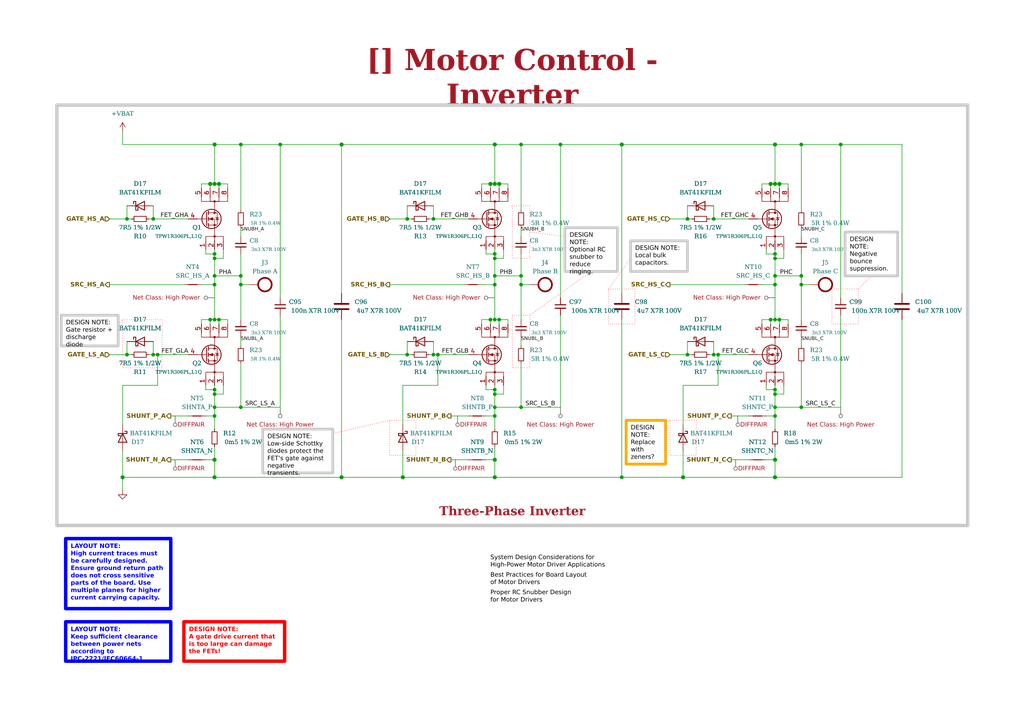
<source format=kicad_sch>
(kicad_sch (version 20231120) (generator "eeschema") (generator_version "8.0")
  (paper "A4")
  (title_block (title "Motor Control - Inverter") (date "2024-01-25") (rev "${REVISION}") (company "${COMPANY}"))
  (lib_symbols
    (symbol "0_connectors:Solder Pad" (pin_numbers hide) (pin_names (offset 0.762) hide)
      (property "Reference" "J" (at 0 10.795 0))
      (property "Value" "Solder Pad" (at 0 8.255 0))
      (symbol "Solder Pad_1_1"
        (pin passive line (at 0 0 90) (length 2.54) (name "1") (number "1"))
      )
    )
    (symbol "0_power_symbols:+VBAT" (power) (pin_names (offset 0))
      (property "Value" "+VBAT" (at 0 3.556 0))
      (symbol "+VBAT_1_1"
        (pin power_in line (at 0 0 90) (length 0) hide (name "+VBAT") (number "1"))
      )
    )
    (symbol "0_transistor_fet:TPW1R306PL,L1Q" (pin_names hide)
      (property "Reference" "Q" (at 5.08 1.905 0))
      (property "Value" "TPW1R306PL,L1Q" (at 5.08 0 0))
      (symbol "TPW1R306PL,L1Q_1_1"
        (pin passive line (at 0 -8.89 90) (length 2.54) (name "S") (number "1"))
        (pin passive line (at 2.54 -8.89 90) (length 2.54) (name "S") (number "2"))
        (pin passive line (at 5.08 -8.89 90) (length 2.54) (name "S") (number "3"))
        (pin input line (at -5.08 0 0) (length 2.54) (name "G") (number "4"))
        (pin passive line (at -1.27 8.89 270) (length 2.54) (name "D") (number "5"))
        (pin passive line (at 1.27 8.89 270) (length 2.54) (name "D") (number "6"))
        (pin passive line (at 3.81 8.89 270) (length 2.54) (name "D") (number "7"))
        (pin passive line (at 6.35 8.89 270) (length 2.54) (name "D") (number "8"))
      )
    )
    (symbol "BAT41KFILM_1" (pin_numbers hide) (pin_names (offset 1.016) hide)
      (property "Reference" "D" (at 0 2.54 0))
      (property "Value" "BAT41KFILM" (at 0 -2.54 0))
      (symbol "BAT41KFILM_1_1_1"
        (pin passive line (at -3.81 0 0) (length 2.54) (name "K") (number "1"))
        (pin passive line (at 3.81 0 180) (length 2.54) (name "A") (number "2"))
      )
    )
    (symbol "Device:C" (pin_numbers hide) (pin_names (offset 0.254))
      (property "Reference" "C" (at 0.635 2.54 0))
      (property "Value" "C" (at 0.635 -2.54 0))
      (symbol "C_1_1"
        (pin passive line (at 0 3.81 270) (length 2.794) (name "~") (number "1"))
        (pin passive line (at 0 -3.81 90) (length 2.794) (name "~") (number "2"))
      )
    )
    (symbol "Device:C_Small" (pin_numbers hide) (pin_names (offset 0.254) hide)
      (property "Reference" "C" (at 0.254 1.778 0))
      (property "Value" "C_Small" (at 0.254 -2.032 0))
      (symbol "C_Small_1_1"
        (pin passive line (at 0 2.54 270) (length 2.032) (name "~") (number "1"))
        (pin passive line (at 0 -2.54 90) (length 2.032) (name "~") (number "2"))
      )
    )
    (symbol "Device:NetTie_2" (pin_numbers hide) (pin_names (offset 0) hide) (in_bom no)
      (property "Reference" "NT" (at 0 1.27 0))
      (property "Value" "NetTie_2" (at 0 -1.27 0))
      (symbol "NetTie_2_1_1"
        (pin passive line (at -2.54 0 0) (length 2.54) (name "1") (number "1"))
        (pin passive line (at 2.54 0 180) (length 2.54) (name "2") (number "2"))
      )
    )
    (symbol "Device:R_Small" (pin_numbers hide) (pin_names (offset 0.254) hide)
      (property "Reference" "R" (at 0.762 0.508 0))
      (property "Value" "R_Small" (at 0.762 -1.016 0))
      (symbol "R_Small_1_1"
        (pin passive line (at 0 2.54 270) (length 0.762) (name "~") (number "1"))
        (pin passive line (at 0 -2.54 90) (length 0.762) (name "~") (number "2"))
      )
    )
    (symbol "power:GND" (power) (pin_names (offset 0))
      (property "Value" "GND" (at 0 -3.81 0))
      (symbol "GND_1_1"
        (pin power_in line (at 0 0 270) (length 0) hide (name "GND") (number "1"))
      )
    )
  )
  (junction (at 224.79 74.93))
  (junction (at 144.78 53.34) (diameter 1.016))
  (junction (at 143.51 73.66))
  (junction (at 207.01 102.87))
  (junction (at 143.51 114.3))
  (junction (at 36.83 63.5))
  (junction (at 223.52 92.71))
  (junction (at 127 102.87))
  (junction (at 151.13 118.11))
  (junction (at 125.73 63.5))
  (junction (at 224.79 120.65))
  (junction (at 69.85 41.91))
  (junction (at 243.84 41.91))
  (junction (at 207.01 63.5))
  (junction (at 180.34 138.43))
  (junction (at 232.41 118.11))
  (junction (at 116.84 138.43) (diameter 1.016))
  (junction (at 224.79 41.91) (diameter 1.016))
  (junction (at 224.79 114.3))
  (junction (at 232.41 41.91))
  (junction (at 180.34 41.91) (diameter 1.016))
  (junction (at 143.51 133.35) (diameter 1.016))
  (junction (at 143.51 53.34) (diameter 1.016))
  (junction (at 69.85 82.55))
  (junction (at 118.11 63.5))
  (junction (at 63.5 53.34) (diameter 1.016))
  (junction (at 60.96 92.71))
  (junction (at 232.41 82.55))
  (junction (at 45.72 102.87))
  (junction (at 62.23 53.34) (diameter 1.016))
  (junction (at 62.23 80.01))
  (junction (at 226.06 53.34) (diameter 1.016))
  (junction (at 224.79 133.35) (diameter 1.016))
  (junction (at 60.96 53.34) (diameter 1.016))
  (junction (at 81.28 41.91))
  (junction (at 63.5 92.71))
  (junction (at 62.23 114.3))
  (junction (at 232.41 80.01))
  (junction (at 99.06 41.91) (diameter 1.016))
  (junction (at 151.13 80.01))
  (junction (at 208.28 102.87))
  (junction (at 125.73 102.87))
  (junction (at 44.45 102.87))
  (junction (at 198.12 138.43) (diameter 1.016))
  (junction (at 62.23 74.93))
  (junction (at 142.24 92.71))
  (junction (at 69.85 80.01))
  (junction (at 224.79 118.11))
  (junction (at 62.23 41.91) (diameter 1.016))
  (junction (at 62.23 73.66))
  (junction (at 118.11 102.87))
  (junction (at 62.23 133.35) (diameter 1.016))
  (junction (at 143.51 138.43) (diameter 1.016))
  (junction (at 144.78 92.71))
  (junction (at 224.79 82.55))
  (junction (at 62.23 138.43) (diameter 1.016))
  (junction (at 226.06 92.71))
  (junction (at 62.23 120.65))
  (junction (at 62.23 113.03))
  (junction (at 143.51 74.93))
  (junction (at 44.45 63.5))
  (junction (at 143.51 82.55))
  (junction (at 151.13 82.55))
  (junction (at 36.83 102.87))
  (junction (at 199.39 63.5))
  (junction (at 162.56 41.91))
  (junction (at 151.13 41.91))
  (junction (at 62.23 82.55))
  (junction (at 143.51 92.71))
  (junction (at 99.06 138.43) (diameter 1.016))
  (junction (at 62.23 118.11))
  (junction (at 143.51 80.01))
  (junction (at 143.51 41.91) (diameter 1.016))
  (junction (at 142.24 53.34) (diameter 1.016))
  (junction (at 143.51 118.11))
  (junction (at 224.79 113.03))
  (junction (at 69.85 118.11))
  (junction (at 224.79 138.43) (diameter 1.016))
  (junction (at 224.79 73.66))
  (junction (at 35.56 138.43) (diameter 1.016))
  (junction (at 62.23 92.71))
  (junction (at 143.51 120.65))
  (junction (at 224.79 53.34) (diameter 1.016))
  (junction (at 143.51 113.03))
  (junction (at 224.79 80.01))
  (junction (at 224.79 92.71))
  (junction (at 199.39 102.87))
  (junction (at 223.52 53.34) (diameter 1.016))
  (wire (pts (xy 142.24 53.34) (xy 143.51 53.34)))
  (wire (pts (xy 59.69 133.35) (xy 62.23 133.35)))
  (wire (pts (xy 125.73 63.5) (xy 124.46 63.5)))
  (wire (pts (xy 63.5 53.34) (xy 66.04 53.34)))
  (wire (pts (xy 69.85 41.91) (xy 81.28 41.91)))
  (wire (pts (xy 143.51 138.43) (xy 180.34 138.43)))
  (polyline (pts (xy 163.83 68.58) (xy 153.67 67.31)) (stroke (width 0) (type dot) (color 255 0 0 1)))
  (wire (pts (xy 69.85 66.04) (xy 69.85 68.58)))
  (wire (pts (xy 180.34 41.91) (xy 224.79 41.91)))
  (wire (pts (xy 127 102.87) (xy 135.89 102.87)))
  (wire (pts (xy 59.69 73.66) (xy 62.23 73.66)))
  (wire (pts (xy 140.97 111.76) (xy 140.97 113.03)))
  (wire (pts (xy 226.06 92.71) (xy 226.06 93.98)))
  (wire (pts (xy 118.11 63.5) (xy 119.38 63.5)))
  (wire (pts (xy 62.23 138.43) (xy 99.06 138.43)))
  (wire (pts (xy 224.79 118.11) (xy 224.79 120.65)))
  (wire (pts (xy 162.56 91.44) (xy 162.56 118.11)))
  (wire (pts (xy 223.52 53.34) (xy 223.52 54.61)))
  (wire (pts (xy 143.51 53.34) (xy 144.78 53.34)))
  (wire (pts (xy 198.12 138.43) (xy 224.79 138.43)))
  (wire (pts (xy 62.23 74.93) (xy 62.23 80.01)))
  (wire (pts (xy 63.5 92.71) (xy 66.04 92.71)))
  (wire (pts (xy 59.69 111.76) (xy 59.69 113.03)))
  (wire (pts (xy 226.06 92.71) (xy 228.6 92.71)))
  (wire (pts (xy 180.34 92.71) (xy 180.34 138.43)))
  (wire (pts (xy 44.45 99.06) (xy 44.45 102.87)))
  (wire (pts (xy 139.7 92.71) (xy 142.24 92.71)))
  (wire (pts (xy 143.51 74.93) (xy 143.51 73.66)))
  (wire (pts (xy 62.23 114.3) (xy 64.77 114.3)))
  (wire (pts (xy 151.13 118.11) (xy 162.56 118.11)))
  (wire (pts (xy 36.83 102.87) (xy 38.1 102.87)))
  (wire (pts (xy 151.13 105.41) (xy 151.13 118.11)))
  (wire (pts (xy 224.79 74.93) (xy 227.33 74.93)))
  (wire (pts (xy 220.98 82.55) (xy 224.79 82.55)))
  (wire (pts (xy 198.12 111.76) (xy 208.28 111.76)))
  (wire (pts (xy 44.45 63.5) (xy 43.18 63.5)))
  (wire (pts (xy 116.84 111.76) (xy 127 111.76)))
  (wire (pts (xy 227.33 114.3) (xy 227.33 111.76)))
  (wire (pts (xy 63.5 53.34) (xy 63.5 54.61)))
  (wire (pts (xy 226.06 53.34) (xy 228.6 53.34)))
  (wire (pts (xy 62.23 118.11) (xy 62.23 120.65)))
  (wire (pts (xy 125.73 99.06) (xy 125.73 102.87)))
  (wire (pts (xy 232.41 82.55) (xy 232.41 80.01)))
  (wire (pts (xy 224.79 114.3) (xy 224.79 118.11)))
  (wire (pts (xy 69.85 105.41) (xy 69.85 118.11)))
  (wire (pts (xy 143.51 111.76) (xy 143.51 113.03)))
  (wire (pts (xy 49.53 120.65) (xy 54.61 120.65)))
  (wire (pts (xy 224.79 120.65) (xy 224.79 124.46)))
  (wire (pts (xy 69.85 80.01) (xy 69.85 82.55)))
  (wire (pts (xy 140.97 73.66) (xy 143.51 73.66)))
  (polyline (pts (xy 252.73 80.01) (xy 248.92 83.82)) (stroke (width 0) (type dot) (color 255 0 0 1)))
  (wire (pts (xy 199.39 63.5) (xy 200.66 63.5)))
  (wire (pts (xy 143.51 82.55) (xy 143.51 80.01)))
  (wire (pts (xy 144.78 92.71) (xy 147.32 92.71)))
  (wire (pts (xy 232.41 41.91) (xy 232.41 60.96)))
  (wire (pts (xy 62.23 82.55) (xy 62.23 80.01)))
  (wire (pts (xy 64.77 114.3) (xy 64.77 111.76)))
  (wire (pts (xy 198.12 123.19) (xy 198.12 111.76)))
  (wire (pts (xy 142.24 53.34) (xy 142.24 54.61)))
  (wire (pts (xy 58.42 93.98) (xy 58.42 92.71)))
  (polyline (pts (xy 113.03 121.92) (xy 96.52 125.73)) (stroke (width 0) (type dot) (color 255 0 0 1)))
  (wire (pts (xy 59.69 120.65) (xy 62.23 120.65)))
  (wire (pts (xy 232.41 97.79) (xy 232.41 100.33)))
  (wire (pts (xy 116.84 138.43) (xy 143.51 138.43)))
  (wire (pts (xy 146.05 74.93) (xy 146.05 72.39)))
  (wire (pts (xy 194.31 82.55) (xy 215.9 82.55)))
  (wire (pts (xy 69.85 41.91) (xy 69.85 60.96)))
  (wire (pts (xy 69.85 82.55) (xy 69.85 92.71)))
  (wire (pts (xy 44.45 102.87) (xy 43.18 102.87)))
  (wire (pts (xy 199.39 99.06) (xy 199.39 102.87)))
  (wire (pts (xy 143.51 114.3) (xy 143.51 118.11)))
  (wire (pts (xy 35.56 130.81) (xy 35.56 138.43)))
  (wire (pts (xy 194.31 63.5) (xy 199.39 63.5)))
  (wire (pts (xy 143.51 133.35) (xy 143.51 129.54)))
  (wire (pts (xy 139.7 82.55) (xy 143.51 82.55)))
  (wire (pts (xy 143.51 114.3) (xy 143.51 113.03)))
  (wire (pts (xy 35.56 38.1) (xy 35.56 41.91)))
  (wire (pts (xy 62.23 133.35) (xy 62.23 129.54)))
  (wire (pts (xy 35.56 138.43) (xy 62.23 138.43)))
  (wire (pts (xy 59.69 72.39) (xy 59.69 73.66)))
  (wire (pts (xy 62.23 80.01) (xy 69.85 80.01)))
  (wire (pts (xy 99.06 138.43) (xy 116.84 138.43)))
  (wire (pts (xy 66.04 92.71) (xy 66.04 93.98)))
  (wire (pts (xy 81.28 41.91) (xy 99.06 41.91)))
  (wire (pts (xy 143.51 138.43) (xy 143.51 133.35)))
  (wire (pts (xy 162.56 41.91) (xy 180.34 41.91)))
  (wire (pts (xy 224.79 80.01) (xy 232.41 80.01)))
  (wire (pts (xy 69.85 73.66) (xy 69.85 80.01)))
  (wire (pts (xy 151.13 82.55) (xy 151.13 92.71)))
  (wire (pts (xy 224.79 82.55) (xy 224.79 92.71)))
  (wire (pts (xy 220.98 53.34) (xy 223.52 53.34)))
  (wire (pts (xy 199.39 59.69) (xy 199.39 63.5)))
  (wire (pts (xy 222.25 73.66) (xy 224.79 73.66)))
  (wire (pts (xy 59.69 113.03) (xy 62.23 113.03)))
  (wire (pts (xy 232.41 73.66) (xy 232.41 80.01)))
  (wire (pts (xy 180.34 41.91) (xy 180.34 85.09)))
  (wire (pts (xy 31.75 82.55) (xy 53.34 82.55)))
  (wire (pts (xy 207.01 99.06) (xy 207.01 102.87)))
  (wire (pts (xy 99.06 92.71) (xy 99.06 138.43)))
  (polyline (pts (xy 34.29 93.98) (xy 35.56 92.71)) (stroke (width 0) (type dot) (color 255 0 0 1)))
  (wire (pts (xy 45.72 102.87) (xy 54.61 102.87)))
  (wire (pts (xy 224.79 133.35) (xy 224.79 129.54)))
  (wire (pts (xy 62.23 114.3) (xy 62.23 118.11)))
  (wire (pts (xy 116.84 123.19) (xy 116.84 111.76)))
  (wire (pts (xy 58.42 92.71) (xy 60.96 92.71)))
  (wire (pts (xy 222.25 120.65) (xy 224.79 120.65)))
  (wire (pts (xy 130.81 120.65) (xy 135.89 120.65)))
  (wire (pts (xy 62.23 118.11) (xy 69.85 118.11)))
  (wire (pts (xy 212.09 120.65) (xy 217.17 120.65)))
  (wire (pts (xy 207.01 102.87) (xy 205.74 102.87)))
  (wire (pts (xy 35.56 138.43) (xy 35.56 142.24)))
  (wire (pts (xy 60.96 53.34) (xy 62.23 53.34)))
  (wire (pts (xy 222.25 111.76) (xy 222.25 113.03)))
  (wire (pts (xy 44.45 63.5) (xy 54.61 63.5)))
  (wire (pts (xy 99.06 41.91) (xy 143.51 41.91)))
  (wire (pts (xy 142.24 92.71) (xy 142.24 93.98)))
  (wire (pts (xy 116.84 130.81) (xy 116.84 138.43)))
  (wire (pts (xy 99.06 41.91) (xy 99.06 85.09)))
  (wire (pts (xy 35.56 123.19) (xy 35.56 111.76)))
  (wire (pts (xy 62.23 74.93) (xy 64.77 74.93)))
  (wire (pts (xy 62.23 111.76) (xy 62.23 113.03)))
  (wire (pts (xy 58.42 54.61) (xy 58.42 53.34)))
  (wire (pts (xy 151.13 41.91) (xy 162.56 41.91)))
  (wire (pts (xy 140.97 120.65) (xy 143.51 120.65)))
  (wire (pts (xy 118.11 99.06) (xy 118.11 102.87)))
  (wire (pts (xy 143.51 74.93) (xy 143.51 80.01)))
  (wire (pts (xy 224.79 138.43) (xy 224.79 133.35)))
  (wire (pts (xy 69.85 97.79) (xy 69.85 100.33)))
  (wire (pts (xy 125.73 102.87) (xy 124.46 102.87)))
  (wire (pts (xy 143.51 114.3) (xy 146.05 114.3)))
  (wire (pts (xy 151.13 118.11) (xy 143.51 118.11)))
  (wire (pts (xy 142.24 92.71) (xy 143.51 92.71)))
  (wire (pts (xy 36.83 63.5) (xy 38.1 63.5)))
  (wire (pts (xy 223.52 92.71) (xy 223.52 93.98)))
  (wire (pts (xy 58.42 53.34) (xy 60.96 53.34)))
  (wire (pts (xy 113.03 82.55) (xy 134.62 82.55)))
  (wire (pts (xy 143.51 41.91) (xy 151.13 41.91)))
  (wire (pts (xy 139.7 54.61) (xy 139.7 53.34)))
  (wire (pts (xy 224.79 53.34) (xy 226.06 53.34)))
  (wire (pts (xy 224.79 114.3) (xy 224.79 113.03)))
  (wire (pts (xy 151.13 82.55) (xy 151.13 80.01)))
  (wire (pts (xy 140.97 133.35) (xy 143.51 133.35)))
  (wire (pts (xy 243.84 41.91) (xy 243.84 86.36)))
  (wire (pts (xy 162.56 41.91) (xy 162.56 86.36)))
  (wire (pts (xy 69.85 118.11) (xy 81.28 118.11)))
  (wire (pts (xy 207.01 59.69) (xy 207.01 63.5)))
  (wire (pts (xy 261.62 41.91) (xy 261.62 85.09)))
  (wire (pts (xy 140.97 113.03) (xy 143.51 113.03)))
  (wire (pts (xy 62.23 72.39) (xy 62.23 73.66)))
  (wire (pts (xy 125.73 59.69) (xy 125.73 63.5)))
  (wire (pts (xy 60.96 92.71) (xy 60.96 93.98)))
  (wire (pts (xy 113.03 102.87) (xy 118.11 102.87)))
  (polyline (pts (xy 171.45 78.74) (xy 153.67 91.44)) (stroke (width 0) (type dot) (color 255 0 0 1)))
  (wire (pts (xy 81.28 41.91) (xy 81.28 86.36)))
  (wire (pts (xy 199.39 102.87) (xy 200.66 102.87)))
  (wire (pts (xy 143.51 92.71) (xy 144.78 92.71)))
  (wire (pts (xy 232.41 105.41) (xy 232.41 118.11)))
  (wire (pts (xy 232.41 41.91) (xy 243.84 41.91)))
  (wire (pts (xy 232.41 66.04) (xy 232.41 68.58)))
  (wire (pts (xy 143.51 80.01) (xy 151.13 80.01)))
  (wire (pts (xy 144.78 92.71) (xy 144.78 93.98)))
  (wire (pts (xy 49.53 133.35) (xy 54.61 133.35)))
  (wire (pts (xy 223.52 92.71) (xy 224.79 92.71)))
  (wire (pts (xy 194.31 102.87) (xy 199.39 102.87)))
  (wire (pts (xy 44.45 102.87) (xy 45.72 102.87)))
  (wire (pts (xy 212.09 133.35) (xy 217.17 133.35)))
  (wire (pts (xy 151.13 41.91) (xy 151.13 60.96)))
  (wire (pts (xy 125.73 102.87) (xy 127 102.87)))
  (wire (pts (xy 224.79 41.91) (xy 224.79 53.34)))
  (wire (pts (xy 62.23 120.65) (xy 62.23 124.46)))
  (wire (pts (xy 127 111.76) (xy 127 102.87)))
  (wire (pts (xy 220.98 54.61) (xy 220.98 53.34)))
  (wire (pts (xy 207.01 63.5) (xy 217.17 63.5)))
  (wire (pts (xy 227.33 74.93) (xy 227.33 72.39)))
  (wire (pts (xy 224.79 72.39) (xy 224.79 73.66)))
  (wire (pts (xy 66.04 53.34) (xy 66.04 54.61)))
  (wire (pts (xy 228.6 92.71) (xy 228.6 93.98)))
  (wire (pts (xy 228.6 53.34) (xy 228.6 54.61)))
  (wire (pts (xy 36.83 59.69) (xy 36.83 63.5)))
  (wire (pts (xy 224.79 74.93) (xy 224.79 80.01)))
  (wire (pts (xy 62.23 82.55) (xy 62.23 92.71)))
  (wire (pts (xy 224.79 111.76) (xy 224.79 113.03)))
  (wire (pts (xy 118.11 102.87) (xy 119.38 102.87)))
  (wire (pts (xy 207.01 63.5) (xy 205.74 63.5)))
  (polyline (pts (xy 194.31 121.92) (xy 193.04 123.19)) (stroke (width 0) (type dot) (color 255 0 0 1)))
  (wire (pts (xy 243.84 41.91) (xy 261.62 41.91)))
  (wire (pts (xy 60.96 92.71) (xy 62.23 92.71)))
  (wire (pts (xy 143.51 82.55) (xy 143.51 92.71)))
  (wire (pts (xy 207.01 102.87) (xy 208.28 102.87)))
  (wire (pts (xy 220.98 92.71) (xy 223.52 92.71)))
  (wire (pts (xy 232.41 82.55) (xy 232.41 92.71)))
  (wire (pts (xy 58.42 82.55) (xy 62.23 82.55)))
  (wire (pts (xy 118.11 59.69) (xy 118.11 63.5)))
  (wire (pts (xy 151.13 73.66) (xy 151.13 80.01)))
  (wire (pts (xy 243.84 91.44) (xy 243.84 118.11)))
  (wire (pts (xy 45.72 111.76) (xy 45.72 102.87)))
  (wire (pts (xy 31.75 63.5) (xy 36.83 63.5)))
  (wire (pts (xy 113.03 63.5) (xy 118.11 63.5)))
  (wire (pts (xy 222.25 113.03) (xy 224.79 113.03)))
  (wire (pts (xy 151.13 97.79) (xy 151.13 100.33)))
  (wire (pts (xy 44.45 59.69) (xy 44.45 63.5)))
  (wire (pts (xy 62.23 41.91) (xy 62.23 53.34)))
  (wire (pts (xy 261.62 92.71) (xy 261.62 138.43)))
  (wire (pts (xy 36.83 99.06) (xy 36.83 102.87)))
  (wire (pts (xy 147.32 92.71) (xy 147.32 93.98)))
  (wire (pts (xy 208.28 111.76) (xy 208.28 102.87)))
  (wire (pts (xy 223.52 53.34) (xy 224.79 53.34)))
  (wire (pts (xy 62.23 92.71) (xy 63.5 92.71)))
  (wire (pts (xy 180.34 138.43) (xy 198.12 138.43)))
  (wire (pts (xy 143.51 118.11) (xy 143.51 120.65)))
  (wire (pts (xy 62.23 138.43) (xy 62.23 133.35)))
  (wire (pts (xy 224.79 138.43) (xy 261.62 138.43)))
  (wire (pts (xy 147.32 53.34) (xy 147.32 54.61)))
  (wire (pts (xy 62.23 74.93) (xy 62.23 73.66)))
  (wire (pts (xy 62.23 53.34) (xy 63.5 53.34)))
  (wire (pts (xy 151.13 66.04) (xy 151.13 68.58)))
  (wire (pts (xy 224.79 82.55) (xy 224.79 80.01)))
  (wire (pts (xy 224.79 74.93) (xy 224.79 73.66)))
  (wire (pts (xy 232.41 82.55) (xy 234.95 82.55)))
  (wire (pts (xy 60.96 53.34) (xy 60.96 54.61)))
  (wire (pts (xy 143.51 120.65) (xy 143.51 124.46)))
  (wire (pts (xy 81.28 91.44) (xy 81.28 118.11)))
  (wire (pts (xy 208.28 102.87) (xy 217.17 102.87)))
  (wire (pts (xy 224.79 118.11) (xy 232.41 118.11)))
  (wire (pts (xy 224.79 92.71) (xy 226.06 92.71)))
  (wire (pts (xy 63.5 92.71) (xy 63.5 93.98)))
  (wire (pts (xy 144.78 53.34) (xy 147.32 53.34)))
  (wire (pts (xy 139.7 53.34) (xy 142.24 53.34)))
  (wire (pts (xy 35.56 111.76) (xy 45.72 111.76)))
  (wire (pts (xy 222.25 72.39) (xy 222.25 73.66)))
  (wire (pts (xy 144.78 53.34) (xy 144.78 54.61)))
  (wire (pts (xy 64.77 74.93) (xy 64.77 72.39)))
  (wire (pts (xy 224.79 114.3) (xy 227.33 114.3)))
  (wire (pts (xy 198.12 130.81) (xy 198.12 138.43)))
  (wire (pts (xy 224.79 41.91) (xy 232.41 41.91)))
  (wire (pts (xy 125.73 63.5) (xy 135.89 63.5)))
  (wire (pts (xy 139.7 93.98) (xy 139.7 92.71)))
  (wire (pts (xy 69.85 82.55) (xy 72.39 82.55)))
  (wire (pts (xy 220.98 93.98) (xy 220.98 92.71)))
  (wire (pts (xy 143.51 74.93) (xy 146.05 74.93)))
  (polyline (pts (xy 182.88 74.93) (xy 176.53 83.82)) (stroke (width 0) (type dot) (color 255 0 0 1)))
  (wire (pts (xy 62.23 114.3) (xy 62.23 113.03)))
  (wire (pts (xy 62.23 41.91) (xy 69.85 41.91)))
  (wire (pts (xy 143.51 41.91) (xy 143.51 53.34)))
  (wire (pts (xy 31.75 102.87) (xy 36.83 102.87)))
  (wire (pts (xy 222.25 133.35) (xy 224.79 133.35)))
  (wire (pts (xy 232.41 118.11) (xy 243.84 118.11)))
  (wire (pts (xy 140.97 72.39) (xy 140.97 73.66)))
  (wire (pts (xy 35.56 41.91) (xy 62.23 41.91)))
  (wire (pts (xy 151.13 82.55) (xy 153.67 82.55)))
  (wire (pts (xy 226.06 53.34) (xy 226.06 54.61)))
  (wire (pts (xy 130.81 133.35) (xy 135.89 133.35)))
  (wire (pts (xy 146.05 114.3) (xy 146.05 111.76)))
  (wire (pts (xy 143.51 72.39) (xy 143.51 73.66)))
  (rectangle (start 241.3 83.82) (end 248.92 93.98) (stroke (width 0) (type dot) (color 255 0 0 1)))
  (rectangle (start 35.56 92.71) (end 46.99 106.68) (stroke (width 0) (type dot) (color 255 0 0 1)))
  (rectangle (start 194.31 121.92) (end 201.93 132.08) (stroke (width 0) (type dot) (color 255 0 0 1)))
  (rectangle (start 16.51 30.48) (end 280.67 152.4) (stroke (width 1) (color 200 200 200 1)))
  (rectangle (start 148.59 59.69) (end 153.67 74.93) (stroke (width 0) (type dot) (color 255 0 0 1)))
  (rectangle (start 113.03 121.92) (end 120.65 132.08) (stroke (width 0) (type dot) (color 255 0 0 1)))
  (rectangle (start 148.59 91.44) (end 153.67 106.68) (stroke (width 0) (type dot) (color 255 0 0 1)))
  (rectangle (start 176.53 83.82) (end 184.15 93.98) (stroke (width 0) (type dot) (color 255 0 0 1)))
  (text_box "DESIGN NOTE:\nNegative bounce suppression." (at 245.11 67.31 0) (size 15.24 12.7) (stroke (width 0.8) (color 200 200 200 1)) (effects (font (size 1.27 1.27)) (justify left top)))
  (text_box "DESIGN NOTE:\nA gate drive current that is too large can damage the FETs!" (at 53.34 180.34 0) (size 29.21 11.43) (stroke (width 1) (color 255 0 0 1)) (effects (font (size 1.27 1.27) (thickness 0.4) (bold yes)) (justify left top)))
  (text_box "DESIGN NOTE:\nLocal bulk capacitors." (at 182.88 69.85 0) (size 16.51 8.89) (stroke (width 0.8) (color 200 200 200 1)) (effects (font (size 1.27 1.27)) (justify left top)))
  (text_box "[${#}] ${TITLE}" (at 87.63 16.51 0) (size 121.92 12.7) (stroke (width -0.0001)) (effects (font (size 6 6) (thickness 1.2) (bold yes))))
  (text_box "LAYOUT NOTE:\nHigh current traces must be carefully designed. Ensure ground return path does not cross sensitive parts of the board. Use multiple planes for higher current carrying capacity." (at 19.05 156.21 0) (size 30.48 20.32) (stroke (width 1) (color 0 0 255 1)) (effects (font (size 1.27 1.27) (thickness 0.4) (bold yes)) (justify left top)))
  (text_box "LAYOUT NOTE:\nKeep sufficient clearance between power nets according to IPC-2221/IEC60664-1." (at 19.05 180.34 0) (size 30.48 11.43) (stroke (width 1) (color 0 0 255 1)) (effects (font (size 1.27 1.27) (thickness 0.4) (bold yes)) (justify left top)))
  (text_box "Three-Phase Inverter" (at 17.78 142.24 0) (size 261.62 9.525) (stroke (width -0.0001)) (effects (font (size 2.54 2.54) (thickness 0.508) (bold yes)) (justify bottom)))
  (text_box "DESIGN NOTE:\nReplace with zeners?" (at 181.61 121.92 0) (size 11.43 12.7) (stroke (width 0.8) (color 255 165 0 1)) (effects (font (size 1.27 1.27)) (justify left top)))
  (text_box "DESIGN NOTE:\nLow-side Schottky diodes protect the FET's gate against negative transients." (at 76.2 124.46 0) (size 20.32 12.7) (stroke (width 0.8) (color 200 200 200 1)) (effects (font (size 1.27 1.27)) (justify left top)))
  (text_box "DESIGN NOTE:\nGate resistor + discharge diode" (at 17.78 91.44 0) (size 16.51 8.89) (stroke (width 0.8) (color 200 200 200 1)) (effects (font (size 1.27 1.27)) (justify left top)))
  (text_box "DESIGN NOTE:\nOptional RC snubber to reduce ringing." (at 163.83 66.04 0) (size 15.24 12.7) (stroke (width 0.8) (color 200 200 200 1)) (effects (font (size 1.27 1.27)) (justify left top)))
  (text "Best Practices for Board Layout \nof Motor Drivers" (at 142.24 170.18 0) (effects (font (size 1.27 1.27)) (justify left bottom)))
  (text "Proper RC Snubber Design \nfor Motor Drivers" (at 142.24 175.26 0) (effects (font (size 1.27 1.27)) (justify left bottom)))
  (text "System Design Considerations for \nHigh-Power Motor Driver Applications" (at 142.24 165.1 0) (effects (font (size 1.27 1.27)) (justify left bottom)))
  (label "SNUBH_B" (at 151.13 67.31 0) (effects (font (size 1.016 1.016))))
  (label "PHB" (at 148.59 80.01 180))
  (label "SNUBH_C" (at 232.41 67.31 0) (effects (font (size 1.016 1.016))))
  (label "FET_GHC" (at 217.17 63.5 180))
  (label "FET_GHA" (at 54.61 63.5 180))
  (label "SNUBL_B" (at 151.13 99.06 0) (effects (font (size 1.016 1.016))))
  (label "SNUBH_A" (at 69.85 67.31 0) (effects (font (size 1.016 1.016))))
  (label "FET_GLB" (at 135.89 102.87 180))
  (label "SRC_LS_A" (at 71.12 118.11 0))
  (label "SRC_LS_C" (at 233.68 118.11 0))
  (label "PHC" (at 229.87 80.01 180))
  (label "SRC_LS_B" (at 152.4 118.11 0))
  (label "FET_GLA" (at 54.61 102.87 180))
  (label "SNUBL_C" (at 232.41 99.06 0) (effects (font (size 1.016 1.016))))
  (label "PHA" (at 63.5 80.01 0))
  (label "SNUBL_A" (at 69.85 99.06 0) (effects (font (size 1.016 1.016))))
  (label "FET_GHB" (at 135.89 63.5 180))
  (label "FET_GLC" (at 217.17 102.87 180))
  (hierarchical_label "SHUNT_N_C" (shape output) (at 212.09 133.35 180) (effects (font (thickness 0.254) (bold yes))))
  (hierarchical_label "SHUNT_N_A" (shape output) (at 49.53 133.35 180) (effects (font (thickness 0.254) (bold yes))))
  (hierarchical_label "SRC_HS_C" (shape output) (at 194.31 82.55 180) (effects (font (thickness 0.254) (bold yes))))
  (hierarchical_label "GATE_LS_B" (shape input) (at 113.03 102.87 180) (effects (font (thickness 0.254) (bold yes))))
  (hierarchical_label "GATE_HS_C" (shape input) (at 194.31 63.5 180) (effects (font (thickness 0.254) (bold yes))))
  (hierarchical_label "SRC_HS_A" (shape output) (at 31.75 82.55 180) (effects (font (thickness 0.254) (bold yes))))
  (hierarchical_label "SHUNT_P_A" (shape output) (at 49.53 120.65 180) (effects (font (thickness 0.254) (bold yes))))
  (hierarchical_label "GATE_HS_B" (shape input) (at 113.03 63.5 180) (effects (font (thickness 0.254) (bold yes))))
  (hierarchical_label "SHUNT_P_B" (shape output) (at 130.81 120.65 180) (effects (font (thickness 0.254) (bold yes))))
  (hierarchical_label "SHUNT_P_C" (shape output) (at 212.09 120.65 180) (effects (font (thickness 0.254) (bold yes))))
  (hierarchical_label "GATE_LS_C" (shape input) (at 194.31 102.87 180) (effects (font (thickness 0.254) (bold yes))))
  (hierarchical_label "GATE_HS_A" (shape input) (at 31.75 63.5 180) (effects (font (thickness 0.254) (bold yes))))
  (hierarchical_label "GATE_LS_A" (shape input) (at 31.75 102.87 180) (effects (font (thickness 0.254) (bold yes))))
  (hierarchical_label "SRC_HS_B" (shape output) (at 113.03 82.55 180) (effects (font (thickness 0.254) (bold yes))))
  (hierarchical_label "SHUNT_N_B" (shape output) (at 130.81 133.35 180) (effects (font (thickness 0.254) (bold yes))))
  (netclass_flag "" (length 2.54) (shape round) (at 81.28 118.11 180) (property "Netclass" "High Power" (at 81.28 123.19 0) (show_name yes) (effects (font (italic yes)))))
  (netclass_flag "" (length 2.54) (shape round) (at 132.08 133.35 180) (property "Kelvin Diff Pair" "DIFFPAIR" (at 132.7785 135.89 0) (effects (font (italic yes)) (justify left))))
  (netclass_flag "" (length 2.54) (shape round) (at 62.23 86.36 90) (property "Netclass" "High Power" (at 48.26 86.36 0) (show_name yes) (effects (font (italic yes)))))
  (netclass_flag "" (length 2.54) (shape round) (at 162.56 118.11 180) (property "Netclass" "High Power" (at 162.56 123.19 0) (show_name yes) (effects (font (italic yes)))))
  (netclass_flag "" (length 2.54) (shape round) (at 243.84 118.11 180) (property "Netclass" "High Power" (at 243.84 123.19 0) (show_name yes) (effects (font (italic yes)))))
  (netclass_flag "" (length 2.54) (shape round) (at 143.51 86.36 90) (property "Netclass" "High Power" (at 129.54 86.36 0) (show_name yes) (effects (font (italic yes)))))
  (netclass_flag "" (length 2.54) (shape round) (at 213.36 133.35 180) (property "Kelvin Diff Pair" "DIFFPAIR" (at 214.0585 135.89 0) (effects (font (italic yes)) (justify left))))
  (netclass_flag "" (length 2.54) (shape round) (at 224.79 86.36 90) (property "Netclass" "High Power" (at 210.82 86.36 0) (show_name yes) (effects (font (italic yes)))))
  (netclass_flag "" (length 2.54) (shape round) (at 50.8 133.35 180) (property "Kelvin Diff Pair" "DIFFPAIR" (at 51.4985 135.89 0) (effects (font (italic yes)) (justify left))))
  (netclass_flag "" (length 2.54) (shape round) (at 50.8 120.65 180) (property "Kelvin Diff Pair" "DIFFPAIR" (at 51.4985 123.19 0) (effects (font (italic yes)) (justify left))))
  (netclass_flag "" (length 2.54) (shape round) (at 132.715 120.65 180) (property "Kelvin Diff Pair" "DIFFPAIR" (at 133.4135 123.19 0) (effects (font (italic yes)) (justify left))))
  (netclass_flag "" (length 2.54) (shape round) (at 213.995 120.65 180) (property "Kelvin Diff Pair" "DIFFPAIR" (at 214.6935 123.19 0) (effects (font (italic yes)) (justify left))))
  (symbol (lib_id "0_transistor_fet:TPW1R306PL,L1Q") (at 222.25 63.5 0) (unit 1)
    (property "Reference" "Q5" (at 220.98 66.04 0) (effects (justify right)))
    (property "Value" "TPW1R306PL,L1Q" (at 220.98 68.58 0) (effects (font (size 1.016 1.016)) (justify right)))
    (property "Footprint" "0_transistor_fet:2-5S1A" (effects (hide yes)))
    (property "Datasheet" "https://toshiba.semicon-storage.com/info/TPW1R306PL_datasheet_en_20191021.pdf?did=55843&prodName=TPW1R306PL" (effects (hide yes)))
    (property "Description" "N-Channel 60 V 260A (Tc) 960mW (Ta), 170W (Tc) Surface Mount 8-DSOP Advance" (effects (hide yes)))
    (property "Supplier 1" "Digikey" (effects (hide yes)))
    (property "Supplier Part Number 1" "TPW1R306PLL1QCT-ND" (effects (hide yes)))
    (property "manf" "Toshiba Semiconductor and Storage" (effects (hide yes)))
    (property "manf#" "TPW1R306PL,L1Q" (effects (hide yes)))
  )
  (symbol (lib_id "Device:R_Small") (at 69.85 63.5 180) (unit 1)
    (property "Reference" "R23" (at 72.39 62.23 0) (effects (justify right)))
    (property "Value" "5R 1% 0.4W" (at 72.39 64.77 0) (effects (font (size 1 1)) (justify right)))
    (property "Footprint" "0_resistor_smd:R_0603_1608_DensityHigh" (effects (hide yes)))
    (property "Datasheet" "https://www.seielect.com/catalog/sei-csrt.pdf" (effects (hide yes)))
    (property "Description" "5 Ohms ±1% 0.4W Chip Resistor 0603 (1608 Metric) Automotive AEC-Q200, Current Sense Thin Film" (effects (hide yes)))
    (property "Supplier 1" "Digikey" (effects (hide yes)))
    (property "Supplier Part Number 1" "738-CSRT0603FT5R00CT-ND" (effects (hide yes)))
    (property "Config" "-NO_SNUBBER,-NONE" (effects (hide yes)))
    (property "manf" "Stackpole Electronics Inc" (effects (hide yes)))
    (property "manf#" "CSRT0603FT5R00" (effects (hide yes)))
    (instances (project "pcb2blender_tmp" (path "" (reference "R23") (unit 1)) (path "" (reference "R30") (unit 1)) (path "" (reference "R58") (unit 1))))
  )
  (symbol (lib_name "BAT41KFILM_1") (lib_id "0_diode:BAT41KFILM") (at 198.12 127 270) (unit 1)
    (property "Reference" "D17" (at 200.66 128.27 90) (effects (justify left)))
    (property "Value" "BAT41KFILM" (at 200.66 125.73 90) (effects (justify left)))
    (property "Footprint" "0_diode_smd:D_SOD-523" (effects (hide yes)))
    (property "Datasheet" "https://www.st.com/content/ccc/resource/technical/document/datasheet/5b/cd/d8/0a/45/56/41/6c/CD00130227.pdf/files/CD00130227.pdf/jcr:content/translations/en.CD00130227.pdf" (effects (hide yes)))
    (property "Description" "Diode 100 V 200mA Surface Mount SOD-523" (effects (hide yes)))
    (property "Supplier 1" "Digikey" (effects (hide yes)))
    (property "Supplier Part Number 1" "497-5556-1-ND" (effects (hide yes)))
    (property "manf" "STMicroelectronics" (effects (hide yes)))
    (property "manf#" "BAT41KFILM" (effects (hide yes)))
    (instances (project "pcb2blender_tmp" (path "" (reference "D17") (unit 1)) (path "" (reference "D12") (unit 1)) (path "" (reference "D9") (unit 1))))
  )
  (symbol (lib_id "Device:NetTie_2") (at 218.44 82.55 0) (unit 1) (in_bom no)
    (property "Reference" "NT10" (at 218.44 77.47 0))
    (property "Value" "SRC_HS_C" (at 218.44 80.01 0))
    (property "Footprint" "0_net_tie:NetTie-2_SMD_Pad0.4mm" (effects (hide yes)))
  )
  (symbol (lib_name "BAT41KFILM_1") (lib_id "0_diode:BAT41KFILM") (at 121.92 59.69 0) (unit 1)
    (property "Reference" "D17" (at 121.92 53.34 0))
    (property "Value" "BAT41KFILM" (at 121.92 55.88 0))
    (property "Footprint" "0_diode_smd:D_SOD-523" (effects (hide yes)))
    (property "Datasheet" "https://www.st.com/content/ccc/resource/technical/document/datasheet/5b/cd/d8/0a/45/56/41/6c/CD00130227.pdf/files/CD00130227.pdf/jcr:content/translations/en.CD00130227.pdf" (effects (hide yes)))
    (property "Description" "Diode 100 V 200mA Surface Mount SOD-523" (effects (hide yes)))
    (property "Supplier 1" "Digikey" (effects (hide yes)))
    (property "Supplier Part Number 1" "497-5556-1-ND" (effects (hide yes)))
    (property "manf" "STMicroelectronics" (effects (hide yes)))
    (property "manf#" "BAT41KFILM" (effects (hide yes)))
    (instances (project "pcb2blender_tmp" (path "" (reference "D17") (unit 1)) (path "" (reference "D12") (unit 1)) (path "" (reference "D7") (unit 1))))
  )
  (symbol (lib_id "Device:NetTie_2") (at 55.88 82.55 0) (unit 1) (in_bom no)
    (property "Reference" "NT4" (at 55.88 77.47 0))
    (property "Value" "SRC_HS_A" (at 55.88 80.01 0))
    (property "Footprint" "0_net_tie:NetTie-2_SMD_Pad0.4mm" (effects (hide yes)))
  )
  (symbol (lib_id "Device:C_Small") (at 151.13 71.12 180) (unit 1)
    (property "Reference" "C8" (at 153.67 69.85 0) (effects (justify right)))
    (property "Value" "3n3 X7R 100V" (at 153.67 72.39 0) (effects (font (size 1 1)) (justify right)))
    (property "Footprint" "0_capacitor_smd:C_0402_1005_DensityHigh" (effects (hide yes)))
    (property "Datasheet" "https://search.murata.co.jp/Ceramy/image/img/A01X/G101/ENG/GRM155R72A332KA01-01.pdf" (effects (hide yes)))
    (property "Description" "3300 pF ±10% 100V Ceramic Capacitor X7R 0402 (1005 Metric)" (effects (hide yes)))
    (property "Supplier 1" "Digikey" (effects (hide yes)))
    (property "Supplier Part Number 1" "490-8261-1-ND" (effects (hide yes)))
    (property "Config" "-NO_SNUBBER,-NONE" (effects (hide yes)))
    (property "manf" "Murata Electronics" (effects (hide yes)))
    (property "manf#" "GRM155R72A332KA01D" (effects (hide yes)))
    (instances (project "pcb2blender_tmp" (path "" (reference "C8") (unit 1)) (path "" (reference "C137") (unit 1))))
  )
  (symbol (lib_id "Device:C") (at 99.06 88.9 0) (unit 1)
    (property "Reference" "C96" (at 102.87 87.63 0) (effects (justify left)))
    (property "Value" "4u7 X7R 100V" (at 102.87 90.17 0) (effects (justify left)))
    (property "Footprint" "0_capacitor_smd:C_1206_3216_DensityHighest" (effects (hide yes)))
    (property "Datasheet" "https://search.murata.co.jp/Ceramy/image/img/A01X/G101/ENG/GRJ31CZ72A475KE01-01.pdf" (effects (hide yes)))
    (property "Description" "4.7 µF ±10% 100V Ceramic Capacitor X7R 1206 (3216 Metric)" (effects (hide yes)))
    (property "Supplier 1" "Digikey" (effects (hide yes)))
    (property "Supplier Part Number 1" "490-GRJ31CZ72A475KE01LCT-ND" (effects (hide yes)))
    (property "manf" "Murata Electronics" (effects (hide yes)))
    (property "manf#" "GRJ31CZ72A475KE01L" (effects (hide yes)))
  )
  (symbol (lib_id "Device:R_Small") (at 62.23 127 180) (unit 1)
    (property "Reference" "R12" (at 64.77 125.73 0) (effects (justify right)))
    (property "Value" "0m5 1% 2W" (at 64.77 128.27 0) (effects (justify right)))
    (property "Footprint" "0_resistor_smd:HCS1206FTL500" (effects (hide yes)))
    (property "Datasheet" "https://www.seielect.com/catalog/sei-hcs.pdf" (effects (hide yes)))
    (property "Description" "0.5 mOhms ±1% 2W Chip Resistor 1206 (3216 Metric) Automotive AEC-Q200, Current Sense, Moisture Resistant Metal Element" (effects (hide yes)))
    (property "Supplier 1" "Digikey" (effects (hide yes)))
    (property "Supplier Part Number 1" "HCS1206FTL500CT-ND" (effects (hide yes)))
    (property "manf" "Stackpole Electronics Inc" (effects (hide yes)))
    (property "manf#" "HCS1206FTL500" (effects (hide yes)))
  )
  (symbol (lib_id "0_transistor_fet:TPW1R306PL,L1Q") (at 59.69 102.87 0) (unit 1)
    (property "Reference" "Q2" (at 58.42 105.41 0) (effects (justify right)))
    (property "Value" "TPW1R306PL,L1Q" (at 58.42 107.95 0) (effects (font (size 1.016 1.016)) (justify right)))
    (property "Footprint" "0_transistor_fet:2-5S1A" (effects (hide yes)))
    (property "Datasheet" "https://toshiba.semicon-storage.com/info/TPW1R306PL_datasheet_en_20191021.pdf?did=55843&prodName=TPW1R306PL" (effects (hide yes)))
    (property "Description" "N-Channel 60 V 260A (Tc) 960mW (Ta), 170W (Tc) Surface Mount 8-DSOP Advance" (effects (hide yes)))
    (property "Supplier 1" "Digikey" (effects (hide yes)))
    (property "Supplier Part Number 1" "TPW1R306PLL1QCT-ND" (effects (hide yes)))
    (property "manf" "Toshiba Semiconductor and Storage" (effects (hide yes)))
    (property "manf#" "TPW1R306PL,L1Q" (effects (hide yes)))
  )
  (symbol (lib_id "Device:NetTie_2") (at 138.43 133.35 0) (unit 1) (in_bom no)
    (property "Reference" "NT9" (at 138.43 128.27 0))
    (property "Value" "SHNTB_N" (at 138.43 130.81 0))
    (property "Footprint" "0_net_tie:NetTie-2_SMD_Pad0.2mm" (effects (hide yes)))
  )
  (symbol (lib_id "Device:R_Small") (at 121.92 63.5 90) (mirror x) (unit 1)
    (property "Reference" "R13" (at 121.92 68.58 90))
    (property "Value" "7R5 1% 1/2W" (at 121.92 66.04 90))
    (property "Footprint" "0_resistor_smd:R_0805_2012_DensityHigh" (effects (hide yes)))
    (property "Datasheet" "https://www.vishay.com/docs/20043/crcwhpe3.pdf" (effects (hide yes)))
    (property "Description" "7.5 Ohms ±1% 0.5W, 1/2W Chip Resistor 0805 (2012 Metric) Automotive AEC-Q200, Pulse Withstanding Thick Film" (effects (hide yes)))
    (property "Supplier 1" "Digikey" (effects (hide yes)))
    (property "Supplier Part Number 1" "541-7.50TCT-ND" (effects (hide yes)))
    (property "manf" "Vishay" (effects (hide yes)))
    (property "manf#" "CRCW08057R50FKEAHP" (effects (hide yes)))
  )
  (symbol (lib_id "Device:R_Small") (at 203.2 102.87 90) (mirror x) (unit 1)
    (property "Reference" "R17" (at 203.2 107.95 90))
    (property "Value" "7R5 1% 1/2W" (at 203.2 105.41 90))
    (property "Footprint" "0_resistor_smd:R_0805_2012_DensityHigh" (effects (hide yes)))
    (property "Datasheet" "https://www.vishay.com/docs/20043/crcwhpe3.pdf" (effects (hide yes)))
    (property "Description" "7.5 Ohms ±1% 0.5W, 1/2W Chip Resistor 0805 (2012 Metric) Automotive AEC-Q200, Pulse Withstanding Thick Film" (effects (hide yes)))
    (property "Supplier 1" "Digikey" (effects (hide yes)))
    (property "Supplier Part Number 1" "541-7.50TCT-ND" (effects (hide yes)))
    (property "manf" "Vishay" (effects (hide yes)))
    (property "manf#" "CRCW08057R50FKEAHP" (effects (hide yes)))
  )
  (symbol (lib_id "0_transistor_fet:TPW1R306PL,L1Q") (at 140.97 102.87 0) (unit 1)
    (property "Reference" "Q4" (at 139.7 105.41 0) (effects (justify right)))
    (property "Value" "TPW1R306PL,L1Q" (at 139.7 107.95 0) (effects (font (size 1.016 1.016)) (justify right)))
    (property "Footprint" "0_transistor_fet:2-5S1A" (effects (hide yes)))
    (property "Datasheet" "https://toshiba.semicon-storage.com/info/TPW1R306PL_datasheet_en_20191021.pdf?did=55843&prodName=TPW1R306PL" (effects (hide yes)))
    (property "Description" "N-Channel 60 V 260A (Tc) 960mW (Ta), 170W (Tc) Surface Mount 8-DSOP Advance" (effects (hide yes)))
    (property "Supplier 1" "Digikey" (effects (hide yes)))
    (property "Supplier Part Number 1" "TPW1R306PLL1QCT-ND" (effects (hide yes)))
    (property "manf" "Toshiba Semiconductor and Storage" (effects (hide yes)))
    (property "manf#" "TPW1R306PL,L1Q" (effects (hide yes)))
  )
  (symbol (lib_id "0_transistor_fet:TPW1R306PL,L1Q") (at 222.25 102.87 0) (unit 1)
    (property "Reference" "Q6" (at 220.98 105.41 0) (effects (justify right)))
    (property "Value" "TPW1R306PL,L1Q" (at 220.98 107.95 0) (effects (font (size 1.016 1.016)) (justify right)))
    (property "Footprint" "0_transistor_fet:2-5S1A" (effects (hide yes)))
    (property "Datasheet" "https://toshiba.semicon-storage.com/info/TPW1R306PL_datasheet_en_20191021.pdf?did=55843&prodName=TPW1R306PL" (effects (hide yes)))
    (property "Description" "N-Channel 60 V 260A (Tc) 960mW (Ta), 170W (Tc) Surface Mount 8-DSOP Advance" (effects (hide yes)))
    (property "Supplier 1" "Digikey" (effects (hide yes)))
    (property "Supplier Part Number 1" "TPW1R306PLL1QCT-ND" (effects (hide yes)))
    (property "manf" "Toshiba Semiconductor and Storage" (effects (hide yes)))
    (property "manf#" "TPW1R306PL,L1Q" (effects (hide yes)))
  )
  (symbol (lib_id "power:GND") (at 35.56 142.24 0) (unit 1)
    (property "Reference" "#PWR036" (effects (hide yes)))
    (property "Value" "GND" (effects (hide yes)))
  )
  (symbol (lib_id "Device:C_Small") (at 69.85 95.25 180) (unit 1)
    (property "Reference" "C8" (at 72.39 93.98 0) (effects (justify right)))
    (property "Value" "3n3 X7R 100V" (at 72.39 96.52 0) (effects (font (size 1 1)) (justify right)))
    (property "Footprint" "0_capacitor_smd:C_0402_1005_DensityHigh" (effects (hide yes)))
    (property "Datasheet" "https://search.murata.co.jp/Ceramy/image/img/A01X/G101/ENG/GRM155R72A332KA01-01.pdf" (effects (hide yes)))
    (property "Description" "3300 pF ±10% 100V Ceramic Capacitor X7R 0402 (1005 Metric)" (effects (hide yes)))
    (property "Supplier 1" "Digikey" (effects (hide yes)))
    (property "Supplier Part Number 1" "490-8261-1-ND" (effects (hide yes)))
    (property "Config" "-NO_SNUBBER,-NONE" (effects (hide yes)))
    (property "manf" "Murata Electronics" (effects (hide yes)))
    (property "manf#" "GRM155R72A332KA01D" (effects (hide yes)))
    (instances (project "pcb2blender_tmp" (path "" (reference "C8") (unit 1)) (path "" (reference "C133") (unit 1))))
  )
  (symbol (lib_id "0_connectors:Solder Pad") (at 234.95 82.55 270) (unit 1) (in_bom no)
    (property "Reference" "J5" (at 239.395 76.2 90))
    (property "Value" "Phase C" (at 239.395 78.74 90))
    (property "Footprint" "0_pad:Pad_Square_Vias_6.5x6.5mm" (effects (hide yes)))
  )
  (symbol (lib_id "Device:NetTie_2") (at 138.43 120.65 0) (unit 1) (in_bom no)
    (property "Reference" "NT8" (at 138.43 115.57 0))
    (property "Value" "SHNTB_P" (at 138.43 118.11 0))
    (property "Footprint" "0_net_tie:NetTie-2_SMD_Pad0.2mm" (effects (hide yes)))
  )
  (symbol (lib_name "BAT41KFILM_1") (lib_id "0_diode:BAT41KFILM") (at 40.64 59.69 0) (unit 1)
    (property "Reference" "D17" (at 40.64 53.34 0))
    (property "Value" "BAT41KFILM" (at 40.64 55.88 0))
    (property "Footprint" "0_diode_smd:D_SOD-523" (effects (hide yes)))
    (property "Datasheet" "https://www.st.com/content/ccc/resource/technical/document/datasheet/5b/cd/d8/0a/45/56/41/6c/CD00130227.pdf/files/CD00130227.pdf/jcr:content/translations/en.CD00130227.pdf" (effects (hide yes)))
    (property "Description" "Diode 100 V 200mA Surface Mount SOD-523" (effects (hide yes)))
    (property "Supplier 1" "Digikey" (effects (hide yes)))
    (property "Supplier Part Number 1" "497-5556-1-ND" (effects (hide yes)))
    (property "manf" "STMicroelectronics" (effects (hide yes)))
    (property "manf#" "BAT41KFILM" (effects (hide yes)))
    (instances (project "pcb2blender_tmp" (path "" (reference "D17") (unit 1)) (path "" (reference "D12") (unit 1)) (path "" (reference "D4") (unit 1))))
  )
  (symbol (lib_id "Device:C_Small") (at 69.85 71.12 180) (unit 1)
    (property "Reference" "C8" (at 72.39 69.85 0) (effects (justify right)))
    (property "Value" "3n3 X7R 100V" (at 72.39 72.39 0) (effects (font (size 1 1)) (justify right)))
    (property "Footprint" "0_capacitor_smd:C_0402_1005_DensityHigh" (effects (hide yes)))
    (property "Datasheet" "https://search.murata.co.jp/Ceramy/image/img/A01X/G101/ENG/GRM155R72A332KA01-01.pdf" (effects (hide yes)))
    (property "Description" "3300 pF ±10% 100V Ceramic Capacitor X7R 0402 (1005 Metric)" (effects (hide yes)))
    (property "Supplier 1" "Digikey" (effects (hide yes)))
    (property "Supplier Part Number 1" "490-8261-1-ND" (effects (hide yes)))
    (property "Config" "-NO_SNUBBER,-NONE" (effects (hide yes)))
    (property "manf" "Murata Electronics" (effects (hide yes)))
    (property "manf#" "GRM155R72A332KA01D" (effects (hide yes)))
    (instances (project "pcb2blender_tmp" (path "" (reference "C8") (unit 1)) (path "" (reference "C136") (unit 1))))
  )
  (symbol (lib_id "Device:R_Small") (at 224.79 127 180) (unit 1)
    (property "Reference" "R18" (at 227.33 125.73 0) (effects (justify right)))
    (property "Value" "0m5 1% 2W" (at 227.33 128.27 0) (effects (justify right)))
    (property "Footprint" "0_resistor_smd:HCS1206FTL500" (effects (hide yes)))
    (property "Datasheet" "https://www.seielect.com/catalog/sei-hcs.pdf" (effects (hide yes)))
    (property "Description" "0.5 mOhms ±1% 2W Chip Resistor 1206 (3216 Metric) Automotive AEC-Q200, Current Sense, Moisture Resistant Metal Element" (effects (hide yes)))
    (property "Supplier 1" "Digikey" (effects (hide yes)))
    (property "Supplier Part Number 1" "HCS1206FTL500CT-ND" (effects (hide yes)))
    (property "manf" "Stackpole Electronics Inc" (effects (hide yes)))
    (property "manf#" "HCS1206FTL500" (effects (hide yes)))
  )
  (symbol (lib_id "Device:R_Small") (at 40.64 63.5 270) (unit 1)
    (property "Reference" "R10" (at 40.64 68.58 90))
    (property "Value" "7R5 1% 1/2W" (at 40.64 66.04 90))
    (property "Footprint" "0_resistor_smd:R_0805_2012_DensityHigh" (effects (hide yes)))
    (property "Datasheet" "https://www.vishay.com/docs/20043/crcwhpe3.pdf" (effects (hide yes)))
    (property "Description" "7.5 Ohms ±1% 0.5W, 1/2W Chip Resistor 0805 (2012 Metric) Automotive AEC-Q200, Pulse Withstanding Thick Film" (effects (hide yes)))
    (property "Supplier 1" "Digikey" (effects (hide yes)))
    (property "Supplier Part Number 1" "541-7.50TCT-ND" (effects (hide yes)))
    (property "manf" "Vishay" (effects (hide yes)))
    (property "manf#" "CRCW08057R50FKEAHP" (effects (hide yes)))
  )
  (symbol (lib_name "BAT41KFILM_1") (lib_id "0_diode:BAT41KFILM") (at 203.2 59.69 0) (unit 1)
    (property "Reference" "D17" (at 203.2 53.34 0))
    (property "Value" "BAT41KFILM" (at 203.2 55.88 0))
    (property "Footprint" "0_diode_smd:D_SOD-523" (effects (hide yes)))
    (property "Datasheet" "https://www.st.com/content/ccc/resource/technical/document/datasheet/5b/cd/d8/0a/45/56/41/6c/CD00130227.pdf/files/CD00130227.pdf/jcr:content/translations/en.CD00130227.pdf" (effects (hide yes)))
    (property "Description" "Diode 100 V 200mA Surface Mount SOD-523" (effects (hide yes)))
    (property "Supplier 1" "Digikey" (effects (hide yes)))
    (property "Supplier Part Number 1" "497-5556-1-ND" (effects (hide yes)))
    (property "manf" "STMicroelectronics" (effects (hide yes)))
    (property "manf#" "BAT41KFILM" (effects (hide yes)))
    (instances (project "pcb2blender_tmp" (path "" (reference "D17") (unit 1)) (path "" (reference "D12") (unit 1)) (path "" (reference "D10") (unit 1))))
  )
  (symbol (lib_id "Device:NetTie_2") (at 219.71 133.35 0) (unit 1) (in_bom no)
    (property "Reference" "NT12" (at 219.71 128.27 0))
    (property "Value" "SHNTC_N" (at 219.71 130.81 0))
    (property "Footprint" "0_net_tie:NetTie-2_SMD_Pad0.2mm" (effects (hide yes)))
  )
  (symbol (lib_id "Device:C_Small") (at 81.28 88.9 0) (unit 1)
    (property "Reference" "C95" (at 83.82 87.63 0) (effects (justify left)))
    (property "Value" "100n X7R 100V" (at 83.82 90.17 0) (effects (justify left)))
    (property "Footprint" "0_capacitor_smd:C_1206_3216_DensityHighest" (effects (hide yes)))
    (property "Datasheet" "https://connect.kemet.com:7667/gateway/IntelliData-ComponentDocumentation/1.0/download/datasheet/C1206C104K1RACAUTO" (effects (hide yes)))
    (property "Description" "0.1 µF ±10% 100V Ceramic Capacitor X7R 1206 (3216 Metric)" (effects (hide yes)))
    (property "Supplier 1" "Digikey" (effects (hide yes)))
    (property "Supplier Part Number 1" "399-7008-1-ND" (effects (hide yes)))
    (property "manf" "KEMET" (effects (hide yes)))
    (property "manf#" "C1206C104K1RACAUTO" (effects (hide yes)))
  )
  (symbol (lib_id "0_transistor_fet:TPW1R306PL,L1Q") (at 140.97 63.5 0) (unit 1)
    (property "Reference" "Q3" (at 139.7 66.04 0) (effects (justify right)))
    (property "Value" "TPW1R306PL,L1Q" (at 139.7 68.58 0) (effects (font (size 1.016 1.016)) (justify right)))
    (property "Footprint" "0_transistor_fet:2-5S1A" (effects (hide yes)))
    (property "Datasheet" "https://toshiba.semicon-storage.com/info/TPW1R306PL_datasheet_en_20191021.pdf?did=55843&prodName=TPW1R306PL" (effects (hide yes)))
    (property "Description" "N-Channel 60 V 260A (Tc) 960mW (Ta), 170W (Tc) Surface Mount 8-DSOP Advance" (effects (hide yes)))
    (property "Supplier 1" "Digikey" (effects (hide yes)))
    (property "Supplier Part Number 1" "TPW1R306PLL1QCT-ND" (effects (hide yes)))
    (property "manf" "Toshiba Semiconductor and Storage" (effects (hide yes)))
    (property "manf#" "TPW1R306PL,L1Q" (effects (hide yes)))
  )
  (symbol (lib_id "Device:R_Small") (at 40.64 102.87 90) (mirror x) (unit 1)
    (property "Reference" "R11" (at 40.64 107.95 90))
    (property "Value" "7R5 1% 1/2W" (at 40.64 105.41 90))
    (property "Footprint" "0_resistor_smd:R_0805_2012_DensityHigh" (effects (hide yes)))
    (property "Datasheet" "https://www.vishay.com/docs/20043/crcwhpe3.pdf" (effects (hide yes)))
    (property "Description" "7.5 Ohms ±1% 0.5W, 1/2W Chip Resistor 0805 (2012 Metric) Automotive AEC-Q200, Pulse Withstanding Thick Film" (effects (hide yes)))
    (property "Supplier 1" "Digikey" (effects (hide yes)))
    (property "Supplier Part Number 1" "541-7.50TCT-ND" (effects (hide yes)))
    (property "manf" "Vishay" (effects (hide yes)))
    (property "manf#" "CRCW08057R50FKEAHP" (effects (hide yes)))
  )
  (symbol (lib_id "Device:R_Small") (at 232.41 63.5 180) (unit 1)
    (property "Reference" "R23" (at 234.95 62.23 0) (effects (justify right)))
    (property "Value" "5R 1% 0.4W" (at 234.95 64.77 0) (effects (justify right)))
    (property "Footprint" "0_resistor_smd:R_0603_1608_DensityHigh" (effects (hide yes)))
    (property "Datasheet" "https://www.seielect.com/catalog/sei-csrt.pdf" (effects (hide yes)))
    (property "Description" "5 Ohms ±1% 0.4W Chip Resistor 0603 (1608 Metric) Automotive AEC-Q200, Current Sense Thin Film" (effects (hide yes)))
    (property "Supplier 1" "Digikey" (effects (hide yes)))
    (property "Supplier Part Number 1" "738-CSRT0603FT5R00CT-ND" (effects (hide yes)))
    (property "Config" "-NO_SNUBBER,-NONE" (effects (hide yes)))
    (property "manf" "Stackpole Electronics Inc" (effects (hide yes)))
    (property "manf#" "CSRT0603FT5R00" (effects (hide yes)))
    (instances (project "pcb2blender_tmp" (path "" (reference "R23") (unit 1)) (path "" (reference "R30") (unit 1)) (path "" (reference "R60") (unit 1))))
  )
  (symbol (lib_name "BAT41KFILM_1") (lib_id "0_diode:BAT41KFILM") (at 121.92 99.06 0) (unit 1)
    (property "Reference" "D17" (at 121.92 92.71 0))
    (property "Value" "BAT41KFILM" (at 121.92 95.25 0))
    (property "Footprint" "0_diode_smd:D_SOD-523" (effects (hide yes)))
    (property "Datasheet" "https://www.st.com/content/ccc/resource/technical/document/datasheet/5b/cd/d8/0a/45/56/41/6c/CD00130227.pdf/files/CD00130227.pdf/jcr:content/translations/en.CD00130227.pdf" (effects (hide yes)))
    (property "Description" "Diode 100 V 200mA Surface Mount SOD-523" (effects (hide yes)))
    (property "Supplier 1" "Digikey" (effects (hide yes)))
    (property "Supplier Part Number 1" "497-5556-1-ND" (effects (hide yes)))
    (property "manf" "STMicroelectronics" (effects (hide yes)))
    (property "manf#" "BAT41KFILM" (effects (hide yes)))
    (instances (project "pcb2blender_tmp" (path "" (reference "D17") (unit 1)) (path "" (reference "D12") (unit 1)) (path "" (reference "D8") (unit 1))))
  )
  (symbol (lib_id "Device:R_Small") (at 121.92 102.87 90) (mirror x) (unit 1)
    (property "Reference" "R14" (at 121.92 107.95 90))
    (property "Value" "7R5 1% 1/2W" (at 121.92 105.41 90))
    (property "Footprint" "0_resistor_smd:R_0805_2012_DensityHigh" (effects (hide yes)))
    (property "Datasheet" "https://www.vishay.com/docs/20043/crcwhpe3.pdf" (effects (hide yes)))
    (property "Description" "7.5 Ohms ±1% 0.5W, 1/2W Chip Resistor 0805 (2012 Metric) Automotive AEC-Q200, Pulse Withstanding Thick Film" (effects (hide yes)))
    (property "Supplier 1" "Digikey" (effects (hide yes)))
    (property "Supplier Part Number 1" "541-7.50TCT-ND" (effects (hide yes)))
    (property "manf" "Vishay" (effects (hide yes)))
    (property "manf#" "CRCW08057R50FKEAHP" (effects (hide yes)))
  )
  (symbol (lib_id "Device:C") (at 261.62 88.9 0) (unit 1)
    (property "Reference" "C100" (at 265.43 87.63 0) (effects (justify left)))
    (property "Value" "4u7 X7R 100V" (at 265.43 90.17 0) (effects (justify left)))
    (property "Footprint" "0_capacitor_smd:C_1206_3216_DensityHighest" (effects (hide yes)))
    (property "Datasheet" "https://search.murata.co.jp/Ceramy/image/img/A01X/G101/ENG/GRJ31CZ72A475KE01-01.pdf" (effects (hide yes)))
    (property "Description" "4.7 µF ±10% 100V Ceramic Capacitor X7R 1206 (3216 Metric)" (effects (hide yes)))
    (property "Supplier 1" "Digikey" (effects (hide yes)))
    (property "Supplier Part Number 1" "490-GRJ31CZ72A475KE01LCT-ND" (effects (hide yes)))
    (property "manf" "Murata Electronics" (effects (hide yes)))
    (property "manf#" "GRJ31CZ72A475KE01L" (effects (hide yes)))
  )
  (symbol (lib_id "Device:NetTie_2") (at 57.15 120.65 180) (unit 1) (in_bom no)
    (property "Reference" "NT5" (at 57.15 115.57 0))
    (property "Value" "SHNTA_P" (at 57.15 118.11 0))
    (property "Footprint" "0_net_tie:NetTie-2_SMD_Pad0.2mm" (effects (hide yes)))
  )
  (symbol (lib_id "Device:C_Small") (at 232.41 95.25 180) (unit 1)
    (property "Reference" "C8" (at 234.95 93.98 0) (effects (justify right)))
    (property "Value" "3n3 X7R 100V" (at 234.95 96.52 0) (effects (font (size 1 1)) (justify right)))
    (property "Footprint" "0_capacitor_smd:C_0402_1005_DensityHigh" (effects (hide yes)))
    (property "Datasheet" "https://search.murata.co.jp/Ceramy/image/img/A01X/G101/ENG/GRM155R72A332KA01-01.pdf" (effects (hide yes)))
    (property "Description" "3300 pF ±10% 100V Ceramic Capacitor X7R 0402 (1005 Metric)" (effects (hide yes)))
    (property "Supplier 1" "Digikey" (effects (hide yes)))
    (property "Supplier Part Number 1" "490-8261-1-ND" (effects (hide yes)))
    (property "Config" "-NO_SNUBBER,-NONE" (effects (hide yes)))
    (property "manf" "Murata Electronics" (effects (hide yes)))
    (property "manf#" "GRM155R72A332KA01D" (effects (hide yes)))
    (instances (project "pcb2blender_tmp" (path "" (reference "C8") (unit 1)) (path "" (reference "C135") (unit 1))))
  )
  (symbol (lib_id "0_transistor_fet:TPW1R306PL,L1Q") (at 59.69 63.5 0) (unit 1)
    (property "Reference" "Q1" (at 58.42 66.04 0) (effects (justify right)))
    (property "Value" "TPW1R306PL,L1Q" (at 58.42 68.58 0) (effects (font (size 1.016 1.016)) (justify right)))
    (property "Footprint" "0_transistor_fet:2-5S1A" (effects (hide yes)))
    (property "Datasheet" "https://toshiba.semicon-storage.com/info/TPW1R306PL_datasheet_en_20191021.pdf?did=55843&prodName=TPW1R306PL" (effects (hide yes)))
    (property "Description" "N-Channel 60 V 260A (Tc) 960mW (Ta), 170W (Tc) Surface Mount 8-DSOP Advance" (effects (hide yes)))
    (property "Supplier 1" "Digikey" (effects (hide yes)))
    (property "Supplier Part Number 1" "TPW1R306PLL1QCT-ND" (effects (hide yes)))
    (property "manf" "Toshiba Semiconductor and Storage" (effects (hide yes)))
    (property "manf#" "TPW1R306PL,L1Q" (effects (hide yes)))
  )
  (symbol (lib_id "Device:R_Small") (at 232.41 102.87 180) (unit 1)
    (property "Reference" "R23" (at 234.95 101.6 0) (effects (justify right)))
    (property "Value" "5R 1% 0.4W" (at 234.95 104.14 0) (effects (justify right)))
    (property "Footprint" "0_resistor_smd:R_0603_1608_DensityHigh" (effects (hide yes)))
    (property "Datasheet" "https://www.seielect.com/catalog/sei-csrt.pdf" (effects (hide yes)))
    (property "Description" "5 Ohms ±1% 0.4W Chip Resistor 0603 (1608 Metric) Automotive AEC-Q200, Current Sense Thin Film" (effects (hide yes)))
    (property "Supplier 1" "Digikey" (effects (hide yes)))
    (property "Supplier Part Number 1" "738-CSRT0603FT5R00CT-ND" (effects (hide yes)))
    (property "Config" "-NO_SNUBBER,-NONE" (effects (hide yes)))
    (property "manf" "Stackpole Electronics Inc" (effects (hide yes)))
    (property "manf#" "CSRT0603FT5R00" (effects (hide yes)))
    (instances (project "pcb2blender_tmp" (path "" (reference "R23") (unit 1)) (path "" (reference "R30") (unit 1)) (path "" (reference "R57") (unit 1))))
  )
  (symbol (lib_id "Device:C_Small") (at 151.13 95.25 180) (unit 1)
    (property "Reference" "C8" (at 153.67 93.98 0) (effects (justify right)))
    (property "Value" "3n3 X7R 100V" (at 153.67 96.52 0) (effects (font (size 1 1)) (justify right)))
    (property "Footprint" "0_capacitor_smd:C_0402_1005_DensityHigh" (effects (hide yes)))
    (property "Datasheet" "https://search.murata.co.jp/Ceramy/image/img/A01X/G101/ENG/GRM155R72A332KA01-01.pdf" (effects (hide yes)))
    (property "Description" "3300 pF ±10% 100V Ceramic Capacitor X7R 0402 (1005 Metric)" (effects (hide yes)))
    (property "Supplier 1" "Digikey" (effects (hide yes)))
    (property "Supplier Part Number 1" "490-8261-1-ND" (effects (hide yes)))
    (property "Config" "-NO_SNUBBER,-NONE" (effects (hide yes)))
    (property "manf" "Murata Electronics" (effects (hide yes)))
    (property "manf#" "GRM155R72A332KA01D" (effects (hide yes)))
    (instances (project "pcb2blender_tmp" (path "" (reference "C8") (unit 1)) (path "" (reference "C134") (unit 1))))
  )
  (symbol (lib_id "Device:NetTie_2") (at 57.15 133.35 0) (unit 1) (in_bom no)
    (property "Reference" "NT6" (at 57.15 128.27 0))
    (property "Value" "SHNTA_N" (at 57.15 130.81 0))
    (property "Footprint" "0_net_tie:NetTie-2_SMD_Pad0.2mm" (effects (hide yes)))
  )
  (symbol (lib_id "0_connectors:Solder Pad") (at 72.39 82.55 270) (unit 1) (in_bom no)
    (property "Reference" "J3" (at 76.835 76.2 90))
    (property "Value" "Phase A" (at 76.835 78.74 90))
    (property "Footprint" "0_pad:Pad_Square_Vias_6.5x6.5mm" (effects (hide yes)))
  )
  (symbol (lib_id "Device:NetTie_2") (at 137.16 82.55 0) (unit 1) (in_bom no)
    (property "Reference" "NT7" (at 137.16 77.47 0))
    (property "Value" "SRC_HS_B" (at 137.16 80.01 0))
    (property "Footprint" "0_net_tie:NetTie-2_SMD_Pad0.3mm" (effects (hide yes)))
  )
  (symbol (lib_id "Device:R_Small") (at 151.13 63.5 180) (unit 1)
    (property "Reference" "R23" (at 153.67 62.23 0) (effects (justify right)))
    (property "Value" "5R 1% 0.4W" (at 153.67 64.77 0) (effects (justify right)))
    (property "Footprint" "0_resistor_smd:R_0603_1608_DensityHigh" (effects (hide yes)))
    (property "Datasheet" "https://www.seielect.com/catalog/sei-csrt.pdf" (effects (hide yes)))
    (property "Description" "5 Ohms ±1% 0.4W Chip Resistor 0603 (1608 Metric) Automotive AEC-Q200, Current Sense Thin Film" (effects (hide yes)))
    (property "Supplier 1" "Digikey" (effects (hide yes)))
    (property "Supplier Part Number 1" "738-CSRT0603FT5R00CT-ND" (effects (hide yes)))
    (property "Config" "-NO_SNUBBER,-NONE" (effects (hide yes)))
    (property "manf" "Stackpole Electronics Inc" (effects (hide yes)))
    (property "manf#" "CSRT0603FT5R00" (effects (hide yes)))
    (instances (project "pcb2blender_tmp" (path "" (reference "R23") (unit 1)) (path "" (reference "R30") (unit 1)) (path "" (reference "R59") (unit 1))))
  )
  (symbol (lib_id "Device:NetTie_2") (at 219.71 120.65 0) (unit 1) (in_bom no)
    (property "Reference" "NT11" (at 219.71 115.57 0))
    (property "Value" "SHNTC_P" (at 219.71 118.11 0))
    (property "Footprint" "0_net_tie:NetTie-2_SMD_Pad0.2mm" (effects (hide yes)))
  )
  (symbol (lib_id "Device:C_Small") (at 232.41 71.12 180) (unit 1)
    (property "Reference" "C8" (at 234.95 69.85 0) (effects (justify right)))
    (property "Value" "3n3 X7R 100V" (at 234.95 72.39 0) (effects (font (size 1 1)) (justify right)))
    (property "Footprint" "0_capacitor_smd:C_0402_1005_DensityHigh" (effects (hide yes)))
    (property "Datasheet" "https://search.murata.co.jp/Ceramy/image/img/A01X/G101/ENG/GRM155R72A332KA01-01.pdf" (effects (hide yes)))
    (property "Description" "3300 pF ±10% 100V Ceramic Capacitor X7R 0402 (1005 Metric)" (effects (hide yes)))
    (property "Supplier 1" "Digikey" (effects (hide yes)))
    (property "Supplier Part Number 1" "490-8261-1-ND" (effects (hide yes)))
    (property "Config" "-NO_SNUBBER,-NONE" (effects (hide yes)))
    (property "manf" "Murata Electronics" (effects (hide yes)))
    (property "manf#" "GRM155R72A332KA01D" (effects (hide yes)))
    (instances (project "pcb2blender_tmp" (path "" (reference "C8") (unit 1)) (path "" (reference "C138") (unit 1))))
  )
  (symbol (lib_id "Device:R_Small") (at 143.51 127 180) (unit 1)
    (property "Reference" "R15" (at 146.05 125.73 0) (effects (justify right)))
    (property "Value" "0m5 1% 2W" (at 146.05 128.27 0) (effects (justify right)))
    (property "Footprint" "0_resistor_smd:HCS1206FTL500" (effects (hide yes)))
    (property "Datasheet" "https://www.seielect.com/catalog/sei-hcs.pdf" (effects (hide yes)))
    (property "Description" "0.5 mOhms ±1% 2W Chip Resistor 1206 (3216 Metric) Automotive AEC-Q200, Current Sense, Moisture Resistant Metal Element" (effects (hide yes)))
    (property "Supplier 1" "Digikey" (effects (hide yes)))
    (property "Supplier Part Number 1" "HCS1206FTL500CT-ND" (effects (hide yes)))
    (property "manf" "Stackpole Electronics Inc" (effects (hide yes)))
    (property "manf#" "HCS1206FTL500" (effects (hide yes)))
  )
  (symbol (lib_id "0_power_symbols:+VBAT") (at 35.56 38.1 0) (unit 1)
    (property "Reference" "#PWR035" (effects (hide yes)))
    (property "Value" "+VBAT" (at 35.56 33.02 0))
  )
  (symbol (lib_name "BAT41KFILM_1") (lib_id "0_diode:BAT41KFILM") (at 35.56 127 270) (unit 1)
    (property "Reference" "D17" (at 38.1 128.27 90) (effects (justify left)))
    (property "Value" "BAT41KFILM" (at 38.1 125.73 90) (effects (justify left)))
    (property "Footprint" "0_diode_smd:D_SOD-523" (effects (hide yes)))
    (property "Datasheet" "https://www.st.com/content/ccc/resource/technical/document/datasheet/5b/cd/d8/0a/45/56/41/6c/CD00130227.pdf/files/CD00130227.pdf/jcr:content/translations/en.CD00130227.pdf" (effects (hide yes)))
    (property "Description" "Diode 100 V 200mA Surface Mount SOD-523" (effects (hide yes)))
    (property "Supplier 1" "Digikey" (effects (hide yes)))
    (property "Supplier Part Number 1" "497-5556-1-ND" (effects (hide yes)))
    (property "manf" "STMicroelectronics" (effects (hide yes)))
    (property "manf#" "BAT41KFILM" (effects (hide yes)))
    (instances (project "pcb2blender_tmp" (path "" (reference "D17") (unit 1)) (path "" (reference "D12") (unit 1)) (path "" (reference "D3") (unit 1))))
  )
  (symbol (lib_id "Device:R_Small") (at 151.13 102.87 180) (unit 1)
    (property "Reference" "R23" (at 153.67 101.6 0) (effects (justify right)))
    (property "Value" "5R 1% 0.4W" (at 153.67 104.14 0) (effects (justify right)))
    (property "Footprint" "0_resistor_smd:R_0603_1608_DensityHigh" (effects (hide yes)))
    (property "Datasheet" "https://www.seielect.com/catalog/sei-csrt.pdf" (effects (hide yes)))
    (property "Description" "5 Ohms ±1% 0.4W Chip Resistor 0603 (1608 Metric) Automotive AEC-Q200, Current Sense Thin Film" (effects (hide yes)))
    (property "Supplier 1" "Digikey" (effects (hide yes)))
    (property "Supplier Part Number 1" "738-CSRT0603FT5R00CT-ND" (effects (hide yes)))
    (property "Config" "-NO_SNUBBER,-NONE" (effects (hide yes)))
    (property "manf" "Stackpole Electronics Inc" (effects (hide yes)))
    (property "manf#" "CSRT0603FT5R00" (effects (hide yes)))
    (instances (project "pcb2blender_tmp" (path "" (reference "R23") (unit 1)) (path "" (reference "R30") (unit 1)) (path "" (reference "R56") (unit 1))))
  )
  (symbol (lib_id "Device:R_Small") (at 69.85 102.87 180) (unit 1)
    (property "Reference" "R23" (at 72.39 101.6 0) (effects (justify right)))
    (property "Value" "5R 1% 0.4W" (at 72.39 104.14 0) (effects (font (size 1 1)) (justify right)))
    (property "Footprint" "0_resistor_smd:R_0603_1608_DensityHigh" (effects (hide yes)))
    (property "Datasheet" "https://www.seielect.com/catalog/sei-csrt.pdf" (effects (hide yes)))
    (property "Description" "5 Ohms ±1% 0.4W Chip Resistor 0603 (1608 Metric) Automotive AEC-Q200, Current Sense Thin Film" (effects (hide yes)))
    (property "Supplier 1" "Digikey" (effects (hide yes)))
    (property "Supplier Part Number 1" "738-CSRT0603FT5R00CT-ND" (effects (hide yes)))
    (property "Config" "-NO_SNUBBER,-NONE" (effects (hide yes)))
    (property "manf" "Stackpole Electronics Inc" (effects (hide yes)))
    (property "manf#" "CSRT0603FT5R00" (effects (hide yes)))
    (instances (project "pcb2blender_tmp" (path "" (reference "R23") (unit 1)) (path "" (reference "R30") (unit 1)) (path "" (reference "R55") (unit 1))))
  )
  (symbol (lib_id "Device:C_Small") (at 162.56 88.9 0) (unit 1)
    (property "Reference" "C97" (at 165.1 87.6363 0) (effects (justify left)))
    (property "Value" "100n X7R 100V" (at 165.1 90.1763 0) (effects (justify left)))
    (property "Footprint" "0_capacitor_smd:C_1206_3216_DensityHighest" (effects (hide yes)))
    (property "Datasheet" "https://connect.kemet.com:7667/gateway/IntelliData-ComponentDocumentation/1.0/download/datasheet/C1206C104K1RACAUTO" (effects (hide yes)))
    (property "Description" "0.1 µF ±10% 100V Ceramic Capacitor X7R 1206 (3216 Metric)" (effects (hide yes)))
    (property "Supplier 1" "Digikey" (effects (hide yes)))
    (property "Supplier Part Number 1" "399-7008-1-ND" (effects (hide yes)))
    (property "manf" "KEMET" (effects (hide yes)))
    (property "manf#" "C1206C104K1RACAUTO" (effects (hide yes)))
  )
  (symbol (lib_id "Device:C") (at 180.34 88.9 0) (unit 1)
    (property "Reference" "C98" (at 184.15 87.63 0) (effects (justify left)))
    (property "Value" "4u7 X7R 100V" (at 184.15 90.17 0) (effects (justify left)))
    (property "Footprint" "0_capacitor_smd:C_1206_3216_DensityHighest" (effects (hide yes)))
    (property "Datasheet" "https://search.murata.co.jp/Ceramy/image/img/A01X/G101/ENG/GRJ31CZ72A475KE01-01.pdf" (effects (hide yes)))
    (property "Description" "4.7 µF ±10% 100V Ceramic Capacitor X7R 1206 (3216 Metric)" (effects (hide yes)))
    (property "Supplier 1" "Digikey" (effects (hide yes)))
    (property "Supplier Part Number 1" "490-GRJ31CZ72A475KE01LCT-ND" (effects (hide yes)))
    (property "manf" "Murata Electronics" (effects (hide yes)))
    (property "manf#" "GRJ31CZ72A475KE01L" (effects (hide yes)))
  )
  (symbol (lib_name "BAT41KFILM_1") (lib_id "0_diode:BAT41KFILM") (at 203.2 99.06 0) (unit 1)
    (property "Reference" "D17" (at 203.2 92.71 0))
    (property "Value" "BAT41KFILM" (at 203.2 95.25 0))
    (property "Footprint" "0_diode_smd:D_SOD-523" (effects (hide yes)))
    (property "Datasheet" "https://www.st.com/content/ccc/resource/technical/document/datasheet/5b/cd/d8/0a/45/56/41/6c/CD00130227.pdf/files/CD00130227.pdf/jcr:content/translations/en.CD00130227.pdf" (effects (hide yes)))
    (property "Description" "Diode 100 V 200mA Surface Mount SOD-523" (effects (hide yes)))
    (property "Supplier 1" "Digikey" (effects (hide yes)))
    (property "Supplier Part Number 1" "497-5556-1-ND" (effects (hide yes)))
    (property "manf" "STMicroelectronics" (effects (hide yes)))
    (property "manf#" "BAT41KFILM" (effects (hide yes)))
    (instances (project "pcb2blender_tmp" (path "" (reference "D17") (unit 1)) (path "" (reference "D12") (unit 1)) (path "" (reference "D11") (unit 1))))
  )
  (symbol (lib_name "BAT41KFILM_1") (lib_id "0_diode:BAT41KFILM") (at 40.64 99.06 0) (unit 1)
    (property "Reference" "D17" (at 40.64 92.71 0))
    (property "Value" "BAT41KFILM" (at 40.64 95.25 0))
    (property "Footprint" "0_diode_smd:D_SOD-523" (effects (hide yes)))
    (property "Datasheet" "https://www.st.com/content/ccc/resource/technical/document/datasheet/5b/cd/d8/0a/45/56/41/6c/CD00130227.pdf/files/CD00130227.pdf/jcr:content/translations/en.CD00130227.pdf" (effects (hide yes)))
    (property "Description" "Diode 100 V 200mA Surface Mount SOD-523" (effects (hide yes)))
    (property "Supplier 1" "Digikey" (effects (hide yes)))
    (property "Supplier Part Number 1" "497-5556-1-ND" (effects (hide yes)))
    (property "manf" "STMicroelectronics" (effects (hide yes)))
    (property "manf#" "BAT41KFILM" (effects (hide yes)))
    (instances (project "pcb2blender_tmp" (path "" (reference "D17") (unit 1)) (path "" (reference "D12") (unit 1)) (path "" (reference "D5") (unit 1))))
  )
  (symbol (lib_name "BAT41KFILM_1") (lib_id "0_diode:BAT41KFILM") (at 116.84 127 270) (unit 1)
    (property "Reference" "D17" (at 119.38 128.27 90) (effects (justify left)))
    (property "Value" "BAT41KFILM" (at 119.38 125.73 90) (effects (justify left)))
    (property "Footprint" "0_diode_smd:D_SOD-523" (effects (hide yes)))
    (property "Datasheet" "https://www.st.com/content/ccc/resource/technical/document/datasheet/5b/cd/d8/0a/45/56/41/6c/CD00130227.pdf/files/CD00130227.pdf/jcr:content/translations/en.CD00130227.pdf" (effects (hide yes)))
    (property "Description" "Diode 100 V 200mA Surface Mount SOD-523" (effects (hide yes)))
    (property "Supplier 1" "Digikey" (effects (hide yes)))
    (property "Supplier Part Number 1" "497-5556-1-ND" (effects (hide yes)))
    (property "manf" "STMicroelectronics" (effects (hide yes)))
    (property "manf#" "BAT41KFILM" (effects (hide yes)))
    (instances (project "pcb2blender_tmp" (path "" (reference "D17") (unit 1)) (path "" (reference "D12") (unit 1)) (path "" (reference "D6") (unit 1))))
  )
  (symbol (lib_id "Device:C_Small") (at 243.84 88.9 0) (unit 1)
    (property "Reference" "C99" (at 246.38 87.6363 0) (effects (justify left)))
    (property "Value" "100n X7R 100V" (at 246.38 90.1763 0) (effects (justify left)))
    (property "Footprint" "0_capacitor_smd:C_1206_3216_DensityHighest" (effects (hide yes)))
    (property "Datasheet" "https://connect.kemet.com:7667/gateway/IntelliData-ComponentDocumentation/1.0/download/datasheet/C1206C104K1RACAUTO" (effects (hide yes)))
    (property "Description" "0.1 µF ±10% 100V Ceramic Capacitor X7R 1206 (3216 Metric)" (effects (hide yes)))
    (property "Supplier 1" "Digikey" (effects (hide yes)))
    (property "Supplier Part Number 1" "399-7008-1-ND" (effects (hide yes)))
    (property "manf" "KEMET" (effects (hide yes)))
    (property "manf#" "C1206C104K1RACAUTO" (effects (hide yes)))
  )
  (symbol (lib_id "Device:R_Small") (at 203.2 63.5 90) (mirror x) (unit 1)
    (property "Reference" "R16" (at 203.2 68.58 90))
    (property "Value" "7R5 1% 1/2W" (at 203.2 66.04 90))
    (property "Footprint" "0_resistor_smd:R_0805_2012_DensityHigh" (effects (hide yes)))
    (property "Datasheet" "https://www.vishay.com/docs/20043/crcwhpe3.pdf" (effects (hide yes)))
    (property "Description" "7.5 Ohms ±1% 0.5W, 1/2W Chip Resistor 0805 (2012 Metric) Automotive AEC-Q200, Pulse Withstanding Thick Film" (effects (hide yes)))
    (property "Supplier 1" "Digikey" (effects (hide yes)))
    (property "Supplier Part Number 1" "541-7.50TCT-ND" (effects (hide yes)))
    (property "manf" "Vishay" (effects (hide yes)))
    (property "manf#" "CRCW08057R50FKEAHP" (effects (hide yes)))
  )
  (symbol (lib_id "0_connectors:Solder Pad") (at 153.67 82.55 270) (unit 1) (in_bom no)
    (property "Reference" "J4" (at 158.115 76.2 90))
    (property "Value" "Phase B" (at 158.115 78.74 90))
    (property "Footprint" "0_pad:Pad_Square_Vias_6.5x6.5mm" (effects (hide yes)))
  )
)
</source>
